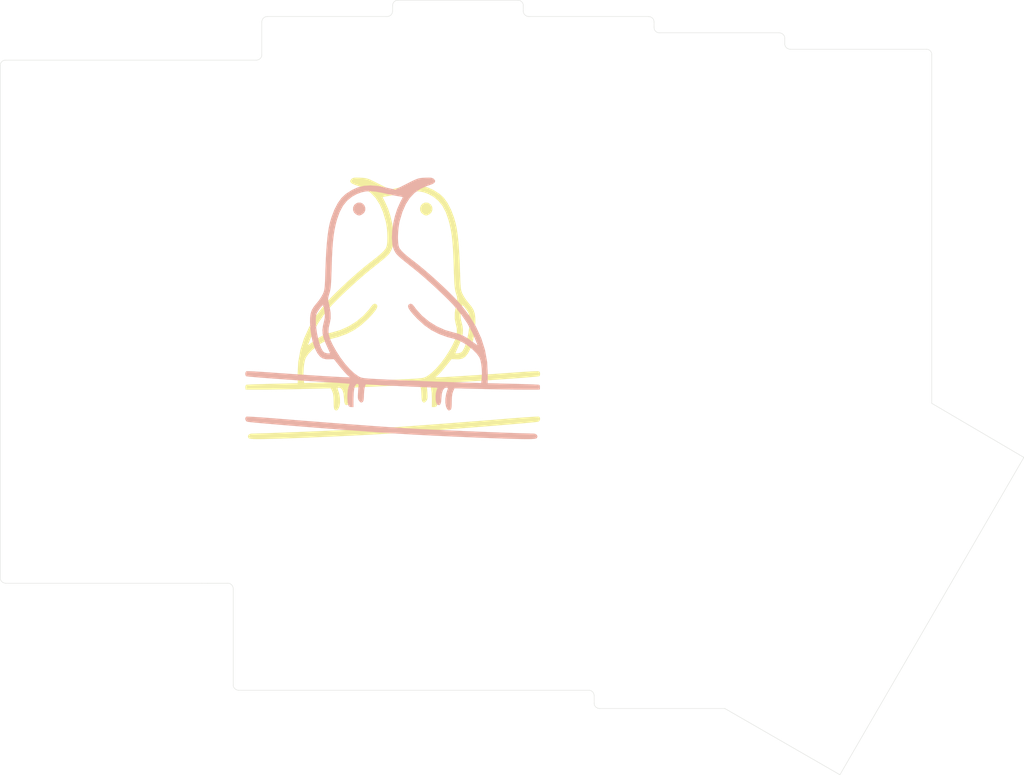
<source format=kicad_pcb>
(kicad_pcb (version 20171130) (host pcbnew "(5.1.9-0-10_14)")

  (general
    (thickness 1.6)
    (drawings 39)
    (tracks 0)
    (zones 0)
    (modules 7)
    (nets 1)
  )

  (page A4)
  (layers
    (0 F.Cu signal)
    (31 B.Cu signal)
    (32 B.Adhes user)
    (33 F.Adhes user)
    (34 B.Paste user)
    (35 F.Paste user)
    (36 B.SilkS user)
    (37 F.SilkS user)
    (38 B.Mask user)
    (39 F.Mask user)
    (40 Dwgs.User user)
    (41 Cmts.User user)
    (42 Eco1.User user)
    (43 Eco2.User user)
    (44 Edge.Cuts user)
    (45 Margin user)
    (46 B.CrtYd user)
    (47 F.CrtYd user)
    (48 B.Fab user)
    (49 F.Fab user)
  )

  (setup
    (last_trace_width 0.25)
    (trace_clearance 0.2)
    (zone_clearance 0.508)
    (zone_45_only no)
    (trace_min 0.2)
    (via_size 0.8)
    (via_drill 0.4)
    (via_min_size 0.4)
    (via_min_drill 0.3)
    (uvia_size 0.3)
    (uvia_drill 0.1)
    (uvias_allowed no)
    (uvia_min_size 0.2)
    (uvia_min_drill 0.1)
    (edge_width 0.05)
    (segment_width 0.2)
    (pcb_text_width 0.3)
    (pcb_text_size 1.5 1.5)
    (mod_edge_width 0.12)
    (mod_text_size 1 1)
    (mod_text_width 0.15)
    (pad_size 1.524 1.524)
    (pad_drill 0.762)
    (pad_to_mask_clearance 0)
    (aux_axis_origin 0 0)
    (grid_origin 221.45 102.39375)
    (visible_elements FFFFFF7F)
    (pcbplotparams
      (layerselection 0x011fc_ffffffff)
      (usegerberextensions false)
      (usegerberattributes true)
      (usegerberadvancedattributes true)
      (creategerberjobfile true)
      (excludeedgelayer true)
      (linewidth 0.100000)
      (plotframeref false)
      (viasonmask false)
      (mode 1)
      (useauxorigin false)
      (hpglpennumber 1)
      (hpglpenspeed 20)
      (hpglpendiameter 15.000000)
      (psnegative false)
      (psa4output false)
      (plotreference true)
      (plotvalue true)
      (plotinvisibletext false)
      (padsonsilk false)
      (subtractmaskfromsilk false)
      (outputformat 1)
      (mirror false)
      (drillshape 0)
      (scaleselection 1)
      (outputdirectory "./wren-plain-bottom-gerbers"))
  )

  (net 0 "")

  (net_class Default "This is the default net class."
    (clearance 0.2)
    (trace_width 0.25)
    (via_dia 0.8)
    (via_drill 0.4)
    (uvia_dia 0.3)
    (uvia_drill 0.1)
  )

  (module footprints:wren_logo_large (layer B.Cu) (tedit 0) (tstamp 608635B2)
    (at 173.063 63.15075 180)
    (fp_text reference G*** (at 0 0) (layer B.SilkS) hide
      (effects (font (size 1.524 1.524) (thickness 0.3)) (justify mirror))
    )
    (fp_text value LOGO (at 0.75 0) (layer B.SilkS) hide
      (effects (font (size 1.524 1.524) (thickness 0.3)) (justify mirror))
    )
    (fp_poly (pts (xy 5.069193 15.393824) (xy 5.230564 15.340912) (xy 5.572928 15.092528) (xy 5.756617 14.738869)
      (xy 5.778782 14.344327) (xy 5.636575 13.973295) (xy 5.327148 13.690165) (xy 5.304125 13.677855)
      (xy 5.021324 13.546637) (xy 4.821633 13.52682) (xy 4.587663 13.615262) (xy 4.505003 13.656477)
      (xy 4.169441 13.924515) (xy 4.00618 14.263896) (xy 3.995071 14.627846) (xy 4.115966 14.969589)
      (xy 4.348717 15.24235) (xy 4.673175 15.399353) (xy 5.069193 15.393824)) (layer B.SilkS) (width 0.01))
    (fp_poly (pts (xy -4.856424 19.034026) (xy -4.701341 19.027021) (xy -4.31494 19.005227) (xy -4.002778 18.971113)
      (xy -3.716503 18.908523) (xy -3.407765 18.801302) (xy -3.028209 18.633293) (xy -2.529484 18.388343)
      (xy -2.025884 18.133086) (xy -0.364722 17.287646) (xy 0.990352 17.596645) (xy 2.189584 17.821982)
      (xy 3.240772 17.906898) (xy 4.183967 17.84491) (xy 5.05922 17.629535) (xy 5.906582 17.254291)
      (xy 6.766103 16.712694) (xy 6.85723 16.646975) (xy 7.454439 16.086253) (xy 8.005388 15.315968)
      (xy 8.50004 14.354606) (xy 8.928355 13.220656) (xy 9.169182 12.389182) (xy 9.333765 11.60056)
      (xy 9.477301 10.59267) (xy 9.598779 9.376284) (xy 9.697186 7.962172) (xy 9.771509 6.361105)
      (xy 9.791223 5.772453) (xy 9.820243 4.847574) (xy 9.846486 4.121862) (xy 9.873266 3.563653)
      (xy 9.903898 3.141285) (xy 9.941696 2.823097) (xy 9.989974 2.577424) (xy 10.052046 2.372604)
      (xy 10.131226 2.176976) (xy 10.178542 2.072115) (xy 10.419344 1.636618) (xy 10.746041 1.156428)
      (xy 11.025415 0.808738) (xy 11.473393 0.259616) (xy 11.773302 -0.2406) (xy 11.950922 -0.763478)
      (xy 12.032033 -1.380588) (xy 12.04448 -2.020455) (xy 11.985397 -3.041094) (xy 11.837215 -4.053344)
      (xy 11.612813 -5.004171) (xy 11.325074 -5.84054) (xy 10.986877 -6.509415) (xy 10.935031 -6.588446)
      (xy 10.565466 -7.042161) (xy 10.17342 -7.305534) (xy 9.688741 -7.414154) (xy 9.298176 -7.41892)
      (xy 8.569945 -7.391022) (xy 7.750324 -8.417441) (xy 7.382157 -8.865492) (xy 7.026998 -9.275086)
      (xy 6.731159 -9.594) (xy 6.573766 -9.744203) (xy 6.216829 -10.044546) (xy 6.774096 -10.044348)
      (xy 7.062025 -10.036283) (xy 7.555108 -10.01328) (xy 8.228182 -9.976934) (xy 9.056086 -9.928843)
      (xy 10.013657 -9.870603) (xy 11.075733 -9.803811) (xy 12.217152 -9.730065) (xy 13.412751 -9.65096)
      (xy 14.637368 -9.568093) (xy 15.865842 -9.483063) (xy 17.073009 -9.397464) (xy 17.814512 -9.343726)
      (xy 18.672886 -9.283513) (xy 19.460626 -9.233154) (xy 20.147102 -9.194218) (xy 20.701686 -9.168274)
      (xy 21.093748 -9.156892) (xy 21.292659 -9.161639) (xy 21.307012 -9.164828) (xy 21.432495 -9.317488)
      (xy 21.471151 -9.569256) (xy 21.416301 -9.802686) (xy 21.347584 -9.878476) (xy 21.20143 -9.906564)
      (xy 20.845949 -9.947197) (xy 20.30229 -9.998786) (xy 19.5916 -10.05974) (xy 18.73503 -10.128469)
      (xy 17.753727 -10.203385) (xy 16.66884 -10.282896) (xy 15.501518 -10.365412) (xy 14.27291 -10.449345)
      (xy 13.004165 -10.533103) (xy 11.71643 -10.615097) (xy 10.795 -10.671807) (xy 9.938108 -10.72456)
      (xy 9.114826 -10.776756) (xy 8.366521 -10.825656) (xy 7.734558 -10.868523) (xy 7.260304 -10.902619)
      (xy 7.030818 -10.920978) (xy 6.268455 -10.988212) (xy 6.437129 -11.468879) (xy 6.529098 -11.882739)
      (xy 6.582759 -12.434819) (xy 6.596157 -13.035311) (xy 6.567341 -13.594406) (xy 6.494356 -14.022294)
      (xy 6.492776 -14.027727) (xy 6.375164 -14.279164) (xy 6.172827 -14.36841) (xy 6.053057 -14.374091)
      (xy 5.715 -14.374091) (xy 5.714414 -13.104091) (xy 5.685353 -12.293112) (xy 5.601097 -11.667805)
      (xy 5.464784 -11.239141) (xy 5.279551 -11.018094) (xy 5.111043 -10.995017) (xy 4.959007 -11.107469)
      (xy 4.947907 -11.205948) (xy 4.974432 -11.39498) (xy 5.007727 -11.746151) (xy 5.041483 -12.191061)
      (xy 5.048421 -12.295909) (xy 5.071791 -12.775338) (xy 5.060555 -13.089123) (xy 5.005323 -13.30115)
      (xy 4.896704 -13.475305) (xy 4.870247 -13.508182) (xy 4.676694 -13.697883) (xy 4.513608 -13.713901)
      (xy 4.42337 -13.668883) (xy 4.313193 -13.559375) (xy 4.245572 -13.361997) (xy 4.209264 -13.025511)
      (xy 4.195371 -12.629792) (xy 4.170121 -12.145873) (xy 4.120805 -11.711611) (xy 4.05747 -11.412111)
      (xy 4.048756 -11.387579) (xy 3.920861 -11.056521) (xy 2.855203 -11.130699) (xy 2.548505 -11.149127)
      (xy 2.056647 -11.175141) (xy 1.412302 -11.207272) (xy 0.648141 -11.244053) (xy -0.203166 -11.284018)
      (xy -1.108947 -11.325698) (xy -2.036532 -11.367626) (xy -2.953249 -11.408335) (xy -3.826427 -11.446357)
      (xy -4.623395 -11.480225) (xy -5.311482 -11.508472) (xy -5.858017 -11.529629) (xy -6.230329 -11.54223)
      (xy -6.372972 -11.545183) (xy -6.491342 -11.565603) (xy -6.505043 -11.666485) (xy -6.41754 -11.907976)
      (xy -6.396754 -11.958001) (xy -6.294589 -12.335529) (xy -6.24979 -12.791198) (xy -6.259123 -13.25685)
      (xy -6.319355 -13.664325) (xy -6.427254 -13.945467) (xy -6.494318 -14.015084) (xy -6.748987 -14.100521)
      (xy -6.930303 -13.984176) (xy -7.042876 -13.658991) (xy -7.091314 -13.117912) (xy -7.091769 -13.100553)
      (xy -7.155733 -12.421132) (xy -7.305868 -11.927938) (xy -7.536828 -11.632567) (xy -7.808499 -11.545455)
      (xy -8.016281 -11.574943) (xy -8.041188 -11.691139) (xy -8.020211 -11.7475) (xy -7.800845 -12.413285)
      (xy -7.685058 -13.104083) (xy -7.675058 -13.759122) (xy -7.773054 -14.31763) (xy -7.915429 -14.631571)
      (xy -8.088067 -14.84409) (xy -8.252086 -14.871202) (xy -8.425426 -14.782328) (xy -8.511475 -14.667611)
      (xy -8.565211 -14.429227) (xy -8.592325 -14.028333) (xy -8.598608 -13.600687) (xy -8.621083 -12.927568)
      (xy -8.688839 -12.433434) (xy -8.800553 -12.086599) (xy -8.999743 -11.64638) (xy -12.841462 -11.740235)
      (xy -13.902949 -11.764239) (xy -15.01579 -11.785976) (xy -16.126013 -11.804628) (xy -17.179643 -11.819381)
      (xy -18.122704 -11.829418) (xy -18.901222 -11.833923) (xy -19.05 -11.834091) (xy -21.416818 -11.834091)
      (xy -21.453414 -11.515935) (xy -21.429793 -11.249643) (xy -21.334815 -11.138224) (xy -21.184973 -11.121104)
      (xy -20.833209 -11.100577) (xy -20.308467 -11.077728) (xy -19.63969 -11.053642) (xy -18.855821 -11.029404)
      (xy -17.985804 -11.0061) (xy -17.502508 -10.994563) (xy -13.825397 -10.910455) (xy -13.846155 -9.616432)
      (xy -13.840084 -9.491213) (xy -13.00462 -9.491213) (xy -12.978424 -10.090592) (xy -12.904022 -10.887093)
      (xy -10.406329 -10.810696) (xy -9.566161 -10.784074) (xy -8.563869 -10.750826) (xy -7.468064 -10.71332)
      (xy -6.347355 -10.673922) (xy -5.270353 -10.635001) (xy -4.675909 -10.612946) (xy -3.616492 -10.571566)
      (xy -2.434576 -10.522685) (xy -1.208875 -10.469736) (xy -0.018103 -10.416154) (xy 1.059026 -10.365374)
      (xy 1.51975 -10.342642) (xy 2.425379 -10.296348) (xy 3.131526 -10.256867) (xy 3.66936 -10.220106)
      (xy 4.070051 -10.181973) (xy 4.364768 -10.138373) (xy 4.584681 -10.085214) (xy 4.760959 -10.018404)
      (xy 4.924771 -9.933849) (xy 5.010726 -9.884235) (xy 5.632954 -9.435695) (xy 6.300509 -8.804136)
      (xy 6.98265 -8.024556) (xy 7.648636 -7.131956) (xy 8.023676 -6.546133) (xy 9.120909 -6.546133)
      (xy 9.222302 -6.569119) (xy 9.473039 -6.564247) (xy 9.542394 -6.559015) (xy 9.955974 -6.438175)
      (xy 10.176993 -6.234546) (xy 10.433339 -5.775503) (xy 10.667399 -5.150135) (xy 10.870472 -4.411025)
      (xy 11.033858 -3.610756) (xy 11.148856 -2.801914) (xy 11.206765 -2.037081) (xy 11.198885 -1.368841)
      (xy 11.116515 -0.849777) (xy 11.084175 -0.751871) (xy 10.957362 -0.507529) (xy 10.755595 -0.20297)
      (xy 10.52585 0.100467) (xy 10.315103 0.34144) (xy 10.17033 0.458609) (xy 10.154712 0.461818)
      (xy 10.099675 0.35666) (xy 10.029259 0.078671) (xy 9.95725 -0.315916) (xy 9.94595 -0.389818)
      (xy 9.884109 -0.912343) (xy 9.884308 -1.314342) (xy 9.949808 -1.698592) (xy 9.992646 -1.861864)
      (xy 10.159585 -2.549205) (xy 10.233386 -3.140668) (xy 10.206988 -3.697397) (xy 10.073331 -4.280533)
      (xy 9.825353 -4.95122) (xy 9.569149 -5.528936) (xy 9.373295 -5.957032) (xy 9.220846 -6.299631)
      (xy 9.133455 -6.507596) (xy 9.120909 -6.546133) (xy 8.023676 -6.546133) (xy 8.241351 -6.206119)
      (xy 8.72529 -5.343487) (xy 9.067446 -4.616843) (xy 9.276891 -3.987354) (xy 9.362698 -3.416191)
      (xy 9.333937 -2.86452) (xy 9.199681 -2.29351) (xy 9.174142 -2.213355) (xy 9.03842 -1.481945)
      (xy 9.055197 -0.601296) (xy 9.223541 0.40527) (xy 9.289508 0.67504) (xy 9.383149 1.065866)
      (xy 9.415407 1.353149) (xy 9.382298 1.633183) (xy 9.279841 2.002258) (xy 9.227789 2.167375)
      (xy 9.152499 2.426426) (xy 9.091762 2.70028) (xy 9.04288 3.020893) (xy 9.003157 3.420222)
      (xy 8.969895 3.930226) (xy 8.940397 4.58286) (xy 8.911965 5.410082) (xy 8.889364 6.176818)
      (xy 8.841505 7.557818) (xy 8.7795 8.742553) (xy 8.699447 9.765437) (xy 8.597446 10.660887)
      (xy 8.469598 11.463318) (xy 8.312003 12.207145) (xy 8.126803 12.905982) (xy 7.734001 14.016961)
      (xy 7.249429 14.931271) (xy 6.656195 15.670675) (xy 5.937405 16.256937) (xy 5.222379 16.647812)
      (xy 4.569791 16.896397) (xy 3.917394 17.036443) (xy 3.216466 17.0693) (xy 2.418281 16.996318)
      (xy 1.474117 16.818849) (xy 1.212273 16.758952) (xy 0.589793 16.617516) (xy -0.011664 16.489618)
      (xy -0.525567 16.388867) (xy -0.885384 16.328871) (xy -0.899238 16.327042) (xy -1.231178 16.271477)
      (xy -1.438232 16.21208) (xy -1.47585 16.177033) (xy -1.407961 16.0444) (xy -1.265493 15.770796)
      (xy -1.108383 15.470909) (xy -0.67895 14.512495) (xy -0.333213 13.456242) (xy -0.079774 12.354795)
      (xy 0.072762 11.260797) (xy 0.115793 10.226895) (xy 0.040714 9.305731) (xy -0.038474 8.924184)
      (xy -0.198565 8.489923) (xy -0.424695 8.080278) (xy -0.529156 7.941568) (xy -0.654139 7.800819)
      (xy -0.787768 7.662351) (xy -0.953561 7.50629) (xy -1.175036 7.312761) (xy -1.475713 7.061891)
      (xy -1.879109 6.733805) (xy -2.408743 6.308629) (xy -3.088134 5.766489) (xy -3.348182 5.559342)
      (xy -4.049488 4.981296) (xy -4.846199 4.291988) (xy -5.694878 3.531701) (xy -6.552085 2.740717)
      (xy -7.374381 1.959317) (xy -8.118328 1.227785) (xy -8.740488 0.586403) (xy -8.919204 0.393122)
      (xy -9.986973 -0.883216) (xy -10.86751 -2.170795) (xy -11.599327 -3.52942) (xy -11.939072 -4.296358)
      (xy -12.119111 -4.737239) (xy -12.259673 -5.092782) (xy -12.341132 -5.31275) (xy -12.353636 -5.357473)
      (xy -12.269403 -5.320903) (xy -12.044919 -5.171683) (xy -11.722508 -4.938532) (xy -11.592457 -4.840974)
      (xy -10.827408 -4.306533) (xy -10.12825 -3.92408) (xy -9.424301 -3.659414) (xy -8.862341 -3.520022)
      (xy -7.624199 -3.162801) (xy -6.419422 -2.618679) (xy -5.290884 -1.915978) (xy -4.281453 -1.083019)
      (xy -3.434001 -0.148124) (xy -3.143279 0.258134) (xy -2.859177 0.583691) (xy -2.590128 0.682926)
      (xy -2.340999 0.554379) (xy -2.301742 0.51069) (xy -2.235164 0.308373) (xy -2.316064 0.023385)
      (xy -2.553221 -0.357969) (xy -2.955414 -0.849383) (xy -3.531422 -1.46455) (xy -3.636818 -1.57185)
      (xy -4.604607 -2.452763) (xy -5.614977 -3.163506) (xy -6.715287 -3.729654) (xy -7.952898 -4.176779)
      (xy -8.941056 -4.43604) (xy -9.606459 -4.663179) (xy -10.323639 -5.032722) (xy -11.038612 -5.504759)
      (xy -11.697394 -6.039377) (xy -12.246003 -6.596665) (xy -12.630455 -7.13671) (xy -12.654249 -7.181342)
      (xy -12.796918 -7.586227) (xy -12.907977 -8.152011) (xy -12.979766 -8.809928) (xy -13.00462 -9.491213)
      (xy -13.840084 -9.491213) (xy -13.760199 -7.843645) (xy -13.447386 -6.096978) (xy -12.911106 -4.385049)
      (xy -12.154747 -2.71647) (xy -11.181696 -1.099858) (xy -9.995343 0.456174) (xy -9.791404 0.692727)
      (xy -9.129778 1.411822) (xy -8.323605 2.22982) (xy -7.414308 3.108749) (xy -6.443306 4.010634)
      (xy -5.45202 4.897501) (xy -4.481872 5.731378) (xy -3.574281 6.474291) (xy -3.001818 6.917282)
      (xy -2.257997 7.493399) (xy -1.693382 7.972432) (xy -1.287594 8.373418) (xy -1.02025 8.715393)
      (xy -0.951547 8.832273) (xy -0.843482 9.182967) (xy -0.780483 9.706514) (xy -0.761632 10.34948)
      (xy -0.786011 11.058435) (xy -0.852703 11.779945) (xy -0.960789 12.46058) (xy -1.018347 12.721562)
      (xy -1.408446 14.03784) (xy -1.894333 15.152016) (xy -2.486247 16.076461) (xy -3.194425 16.82355)
      (xy -4.029106 17.405656) (xy -5.000527 17.835152) (xy -5.337006 17.940964) (xy -5.835709 18.130077)
      (xy -6.120943 18.344855) (xy -6.187144 18.577531) (xy -6.028746 18.820337) (xy -5.99046 18.852976)
      (xy -5.823819 18.96157) (xy -5.61826 19.022678) (xy -5.315292 19.044198) (xy -4.856424 19.034026)) (layer B.SilkS) (width 0.01))
    (fp_poly (pts (xy 21.305306 -15.777034) (xy 21.453922 -15.934693) (xy 21.466438 -16.175629) (xy 21.354528 -16.405686)
      (xy 21.214773 -16.507264) (xy 21.053493 -16.535665) (xy 20.680056 -16.579135) (xy 20.112626 -16.63624)
      (xy 19.369365 -16.705548) (xy 18.468436 -16.785627) (xy 17.428001 -16.875044) (xy 16.266223 -16.972367)
      (xy 15.001265 -17.076163) (xy 13.651289 -17.184999) (xy 12.234457 -17.297443) (xy 10.768933 -17.412063)
      (xy 9.272879 -17.527425) (xy 7.764457 -17.642098) (xy 6.261831 -17.754649) (xy 4.783162 -17.863644)
      (xy 3.346614 -17.967653) (xy 1.970349 -18.065242) (xy 0.67253 -18.154978) (xy -0.528681 -18.235429)
      (xy -1.443182 -18.29437) (xy -2.503227 -18.3581) (xy -3.703184 -18.424786) (xy -5.016008 -18.493303)
      (xy -6.414652 -18.562527) (xy -7.87207 -18.631331) (xy -9.361215 -18.698591) (xy -10.855041 -18.763181)
      (xy -12.326502 -18.823975) (xy -13.748553 -18.879849) (xy -15.094146 -18.929676) (xy -16.336235 -18.972332)
      (xy -17.447775 -19.006691) (xy -18.401718 -19.031628) (xy -19.171019 -19.046017) (xy -19.584272 -19.049211)
      (xy -20.195318 -19.041674) (xy -20.611466 -19.01543) (xy -20.868267 -18.966355) (xy -21.00127 -18.890322)
      (xy -21.006602 -18.884198) (xy -21.088757 -18.646227) (xy -20.985355 -18.424501) (xy -20.738422 -18.274319)
      (xy -20.517983 -18.241252) (xy -20.066912 -18.235329) (xy -19.410297 -18.21929) (xy -18.573238 -18.19417)
      (xy -17.580831 -18.161006) (xy -16.458172 -18.120833) (xy -15.230359 -18.074688) (xy -13.92249 -18.023608)
      (xy -12.559661 -17.968627) (xy -11.16697 -17.910782) (xy -9.769513 -17.85111) (xy -8.392389 -17.790645)
      (xy -7.060693 -17.730426) (xy -5.799523 -17.671486) (xy -4.633976 -17.614864) (xy -3.58915 -17.561594)
      (xy -2.690142 -17.512713) (xy -2.251363 -17.487139) (xy -1.25053 -17.42423) (xy -0.045904 -17.343913)
      (xy 1.336212 -17.248149) (xy 2.869515 -17.138894) (xy 4.527703 -17.018107) (xy 6.284472 -16.887745)
      (xy 8.113521 -16.749768) (xy 9.988545 -16.606133) (xy 11.883242 -16.458798) (xy 13.77131 -16.309721)
      (xy 15.626445 -16.16086) (xy 16.311897 -16.105197) (xy 17.348108 -16.022586) (xy 18.316016 -15.948933)
      (xy 19.190713 -15.885875) (xy 19.947289 -15.835048) (xy 20.560837 -15.798089) (xy 21.006449 -15.776636)
      (xy 21.259216 -15.772325) (xy 21.305306 -15.777034)) (layer B.SilkS) (width 0.01))
  )

  (module footprints:wren_logo_large (layer F.Cu) (tedit 0) (tstamp 60863599)
    (at 173.063 63.15075)
    (fp_text reference G*** (at 0 0) (layer F.SilkS) hide
      (effects (font (size 1.524 1.524) (thickness 0.3)))
    )
    (fp_text value LOGO (at 0.75 0) (layer F.SilkS) hide
      (effects (font (size 1.524 1.524) (thickness 0.3)))
    )
    (fp_poly (pts (xy 5.069193 -15.393824) (xy 5.230564 -15.340912) (xy 5.572928 -15.092528) (xy 5.756617 -14.738869)
      (xy 5.778782 -14.344327) (xy 5.636575 -13.973295) (xy 5.327148 -13.690165) (xy 5.304125 -13.677855)
      (xy 5.021324 -13.546637) (xy 4.821633 -13.52682) (xy 4.587663 -13.615262) (xy 4.505003 -13.656477)
      (xy 4.169441 -13.924515) (xy 4.00618 -14.263896) (xy 3.995071 -14.627846) (xy 4.115966 -14.969589)
      (xy 4.348717 -15.24235) (xy 4.673175 -15.399353) (xy 5.069193 -15.393824)) (layer F.SilkS) (width 0.01))
    (fp_poly (pts (xy -4.856424 -19.034026) (xy -4.701341 -19.027021) (xy -4.31494 -19.005227) (xy -4.002778 -18.971113)
      (xy -3.716503 -18.908523) (xy -3.407765 -18.801302) (xy -3.028209 -18.633293) (xy -2.529484 -18.388343)
      (xy -2.025884 -18.133086) (xy -0.364722 -17.287646) (xy 0.990352 -17.596645) (xy 2.189584 -17.821982)
      (xy 3.240772 -17.906898) (xy 4.183967 -17.84491) (xy 5.05922 -17.629535) (xy 5.906582 -17.254291)
      (xy 6.766103 -16.712694) (xy 6.85723 -16.646975) (xy 7.454439 -16.086253) (xy 8.005388 -15.315968)
      (xy 8.50004 -14.354606) (xy 8.928355 -13.220656) (xy 9.169182 -12.389182) (xy 9.333765 -11.60056)
      (xy 9.477301 -10.59267) (xy 9.598779 -9.376284) (xy 9.697186 -7.962172) (xy 9.771509 -6.361105)
      (xy 9.791223 -5.772453) (xy 9.820243 -4.847574) (xy 9.846486 -4.121862) (xy 9.873266 -3.563653)
      (xy 9.903898 -3.141285) (xy 9.941696 -2.823097) (xy 9.989974 -2.577424) (xy 10.052046 -2.372604)
      (xy 10.131226 -2.176976) (xy 10.178542 -2.072115) (xy 10.419344 -1.636618) (xy 10.746041 -1.156428)
      (xy 11.025415 -0.808738) (xy 11.473393 -0.259616) (xy 11.773302 0.2406) (xy 11.950922 0.763478)
      (xy 12.032033 1.380588) (xy 12.04448 2.020455) (xy 11.985397 3.041094) (xy 11.837215 4.053344)
      (xy 11.612813 5.004171) (xy 11.325074 5.84054) (xy 10.986877 6.509415) (xy 10.935031 6.588446)
      (xy 10.565466 7.042161) (xy 10.17342 7.305534) (xy 9.688741 7.414154) (xy 9.298176 7.41892)
      (xy 8.569945 7.391022) (xy 7.750324 8.417441) (xy 7.382157 8.865492) (xy 7.026998 9.275086)
      (xy 6.731159 9.594) (xy 6.573766 9.744203) (xy 6.216829 10.044546) (xy 6.774096 10.044348)
      (xy 7.062025 10.036283) (xy 7.555108 10.01328) (xy 8.228182 9.976934) (xy 9.056086 9.928843)
      (xy 10.013657 9.870603) (xy 11.075733 9.803811) (xy 12.217152 9.730065) (xy 13.412751 9.65096)
      (xy 14.637368 9.568093) (xy 15.865842 9.483063) (xy 17.073009 9.397464) (xy 17.814512 9.343726)
      (xy 18.672886 9.283513) (xy 19.460626 9.233154) (xy 20.147102 9.194218) (xy 20.701686 9.168274)
      (xy 21.093748 9.156892) (xy 21.292659 9.161639) (xy 21.307012 9.164828) (xy 21.432495 9.317488)
      (xy 21.471151 9.569256) (xy 21.416301 9.802686) (xy 21.347584 9.878476) (xy 21.20143 9.906564)
      (xy 20.845949 9.947197) (xy 20.30229 9.998786) (xy 19.5916 10.05974) (xy 18.73503 10.128469)
      (xy 17.753727 10.203385) (xy 16.66884 10.282896) (xy 15.501518 10.365412) (xy 14.27291 10.449345)
      (xy 13.004165 10.533103) (xy 11.71643 10.615097) (xy 10.795 10.671807) (xy 9.938108 10.72456)
      (xy 9.114826 10.776756) (xy 8.366521 10.825656) (xy 7.734558 10.868523) (xy 7.260304 10.902619)
      (xy 7.030818 10.920978) (xy 6.268455 10.988212) (xy 6.437129 11.468879) (xy 6.529098 11.882739)
      (xy 6.582759 12.434819) (xy 6.596157 13.035311) (xy 6.567341 13.594406) (xy 6.494356 14.022294)
      (xy 6.492776 14.027727) (xy 6.375164 14.279164) (xy 6.172827 14.36841) (xy 6.053057 14.374091)
      (xy 5.715 14.374091) (xy 5.714414 13.104091) (xy 5.685353 12.293112) (xy 5.601097 11.667805)
      (xy 5.464784 11.239141) (xy 5.279551 11.018094) (xy 5.111043 10.995017) (xy 4.959007 11.107469)
      (xy 4.947907 11.205948) (xy 4.974432 11.39498) (xy 5.007727 11.746151) (xy 5.041483 12.191061)
      (xy 5.048421 12.295909) (xy 5.071791 12.775338) (xy 5.060555 13.089123) (xy 5.005323 13.30115)
      (xy 4.896704 13.475305) (xy 4.870247 13.508182) (xy 4.676694 13.697883) (xy 4.513608 13.713901)
      (xy 4.42337 13.668883) (xy 4.313193 13.559375) (xy 4.245572 13.361997) (xy 4.209264 13.025511)
      (xy 4.195371 12.629792) (xy 4.170121 12.145873) (xy 4.120805 11.711611) (xy 4.05747 11.412111)
      (xy 4.048756 11.387579) (xy 3.920861 11.056521) (xy 2.855203 11.130699) (xy 2.548505 11.149127)
      (xy 2.056647 11.175141) (xy 1.412302 11.207272) (xy 0.648141 11.244053) (xy -0.203166 11.284018)
      (xy -1.108947 11.325698) (xy -2.036532 11.367626) (xy -2.953249 11.408335) (xy -3.826427 11.446357)
      (xy -4.623395 11.480225) (xy -5.311482 11.508472) (xy -5.858017 11.529629) (xy -6.230329 11.54223)
      (xy -6.372972 11.545183) (xy -6.491342 11.565603) (xy -6.505043 11.666485) (xy -6.41754 11.907976)
      (xy -6.396754 11.958001) (xy -6.294589 12.335529) (xy -6.24979 12.791198) (xy -6.259123 13.25685)
      (xy -6.319355 13.664325) (xy -6.427254 13.945467) (xy -6.494318 14.015084) (xy -6.748987 14.100521)
      (xy -6.930303 13.984176) (xy -7.042876 13.658991) (xy -7.091314 13.117912) (xy -7.091769 13.100553)
      (xy -7.155733 12.421132) (xy -7.305868 11.927938) (xy -7.536828 11.632567) (xy -7.808499 11.545455)
      (xy -8.016281 11.574943) (xy -8.041188 11.691139) (xy -8.020211 11.7475) (xy -7.800845 12.413285)
      (xy -7.685058 13.104083) (xy -7.675058 13.759122) (xy -7.773054 14.31763) (xy -7.915429 14.631571)
      (xy -8.088067 14.84409) (xy -8.252086 14.871202) (xy -8.425426 14.782328) (xy -8.511475 14.667611)
      (xy -8.565211 14.429227) (xy -8.592325 14.028333) (xy -8.598608 13.600687) (xy -8.621083 12.927568)
      (xy -8.688839 12.433434) (xy -8.800553 12.086599) (xy -8.999743 11.64638) (xy -12.841462 11.740235)
      (xy -13.902949 11.764239) (xy -15.01579 11.785976) (xy -16.126013 11.804628) (xy -17.179643 11.819381)
      (xy -18.122704 11.829418) (xy -18.901222 11.833923) (xy -19.05 11.834091) (xy -21.416818 11.834091)
      (xy -21.453414 11.515935) (xy -21.429793 11.249643) (xy -21.334815 11.138224) (xy -21.184973 11.121104)
      (xy -20.833209 11.100577) (xy -20.308467 11.077728) (xy -19.63969 11.053642) (xy -18.855821 11.029404)
      (xy -17.985804 11.0061) (xy -17.502508 10.994563) (xy -13.825397 10.910455) (xy -13.846155 9.616432)
      (xy -13.840084 9.491213) (xy -13.00462 9.491213) (xy -12.978424 10.090592) (xy -12.904022 10.887093)
      (xy -10.406329 10.810696) (xy -9.566161 10.784074) (xy -8.563869 10.750826) (xy -7.468064 10.71332)
      (xy -6.347355 10.673922) (xy -5.270353 10.635001) (xy -4.675909 10.612946) (xy -3.616492 10.571566)
      (xy -2.434576 10.522685) (xy -1.208875 10.469736) (xy -0.018103 10.416154) (xy 1.059026 10.365374)
      (xy 1.51975 10.342642) (xy 2.425379 10.296348) (xy 3.131526 10.256867) (xy 3.66936 10.220106)
      (xy 4.070051 10.181973) (xy 4.364768 10.138373) (xy 4.584681 10.085214) (xy 4.760959 10.018404)
      (xy 4.924771 9.933849) (xy 5.010726 9.884235) (xy 5.632954 9.435695) (xy 6.300509 8.804136)
      (xy 6.98265 8.024556) (xy 7.648636 7.131956) (xy 8.023676 6.546133) (xy 9.120909 6.546133)
      (xy 9.222302 6.569119) (xy 9.473039 6.564247) (xy 9.542394 6.559015) (xy 9.955974 6.438175)
      (xy 10.176993 6.234546) (xy 10.433339 5.775503) (xy 10.667399 5.150135) (xy 10.870472 4.411025)
      (xy 11.033858 3.610756) (xy 11.148856 2.801914) (xy 11.206765 2.037081) (xy 11.198885 1.368841)
      (xy 11.116515 0.849777) (xy 11.084175 0.751871) (xy 10.957362 0.507529) (xy 10.755595 0.20297)
      (xy 10.52585 -0.100467) (xy 10.315103 -0.34144) (xy 10.17033 -0.458609) (xy 10.154712 -0.461818)
      (xy 10.099675 -0.35666) (xy 10.029259 -0.078671) (xy 9.95725 0.315916) (xy 9.94595 0.389818)
      (xy 9.884109 0.912343) (xy 9.884308 1.314342) (xy 9.949808 1.698592) (xy 9.992646 1.861864)
      (xy 10.159585 2.549205) (xy 10.233386 3.140668) (xy 10.206988 3.697397) (xy 10.073331 4.280533)
      (xy 9.825353 4.95122) (xy 9.569149 5.528936) (xy 9.373295 5.957032) (xy 9.220846 6.299631)
      (xy 9.133455 6.507596) (xy 9.120909 6.546133) (xy 8.023676 6.546133) (xy 8.241351 6.206119)
      (xy 8.72529 5.343487) (xy 9.067446 4.616843) (xy 9.276891 3.987354) (xy 9.362698 3.416191)
      (xy 9.333937 2.86452) (xy 9.199681 2.29351) (xy 9.174142 2.213355) (xy 9.03842 1.481945)
      (xy 9.055197 0.601296) (xy 9.223541 -0.40527) (xy 9.289508 -0.67504) (xy 9.383149 -1.065866)
      (xy 9.415407 -1.353149) (xy 9.382298 -1.633183) (xy 9.279841 -2.002258) (xy 9.227789 -2.167375)
      (xy 9.152499 -2.426426) (xy 9.091762 -2.70028) (xy 9.04288 -3.020893) (xy 9.003157 -3.420222)
      (xy 8.969895 -3.930226) (xy 8.940397 -4.58286) (xy 8.911965 -5.410082) (xy 8.889364 -6.176818)
      (xy 8.841505 -7.557818) (xy 8.7795 -8.742553) (xy 8.699447 -9.765437) (xy 8.597446 -10.660887)
      (xy 8.469598 -11.463318) (xy 8.312003 -12.207145) (xy 8.126803 -12.905982) (xy 7.734001 -14.016961)
      (xy 7.249429 -14.931271) (xy 6.656195 -15.670675) (xy 5.937405 -16.256937) (xy 5.222379 -16.647812)
      (xy 4.569791 -16.896397) (xy 3.917394 -17.036443) (xy 3.216466 -17.0693) (xy 2.418281 -16.996318)
      (xy 1.474117 -16.818849) (xy 1.212273 -16.758952) (xy 0.589793 -16.617516) (xy -0.011664 -16.489618)
      (xy -0.525567 -16.388867) (xy -0.885384 -16.328871) (xy -0.899238 -16.327042) (xy -1.231178 -16.271477)
      (xy -1.438232 -16.21208) (xy -1.47585 -16.177033) (xy -1.407961 -16.0444) (xy -1.265493 -15.770796)
      (xy -1.108383 -15.470909) (xy -0.67895 -14.512495) (xy -0.333213 -13.456242) (xy -0.079774 -12.354795)
      (xy 0.072762 -11.260797) (xy 0.115793 -10.226895) (xy 0.040714 -9.305731) (xy -0.038474 -8.924184)
      (xy -0.198565 -8.489923) (xy -0.424695 -8.080278) (xy -0.529156 -7.941568) (xy -0.654139 -7.800819)
      (xy -0.787768 -7.662351) (xy -0.953561 -7.50629) (xy -1.175036 -7.312761) (xy -1.475713 -7.061891)
      (xy -1.879109 -6.733805) (xy -2.408743 -6.308629) (xy -3.088134 -5.766489) (xy -3.348182 -5.559342)
      (xy -4.049488 -4.981296) (xy -4.846199 -4.291988) (xy -5.694878 -3.531701) (xy -6.552085 -2.740717)
      (xy -7.374381 -1.959317) (xy -8.118328 -1.227785) (xy -8.740488 -0.586403) (xy -8.919204 -0.393122)
      (xy -9.986973 0.883216) (xy -10.86751 2.170795) (xy -11.599327 3.52942) (xy -11.939072 4.296358)
      (xy -12.119111 4.737239) (xy -12.259673 5.092782) (xy -12.341132 5.31275) (xy -12.353636 5.357473)
      (xy -12.269403 5.320903) (xy -12.044919 5.171683) (xy -11.722508 4.938532) (xy -11.592457 4.840974)
      (xy -10.827408 4.306533) (xy -10.12825 3.92408) (xy -9.424301 3.659414) (xy -8.862341 3.520022)
      (xy -7.624199 3.162801) (xy -6.419422 2.618679) (xy -5.290884 1.915978) (xy -4.281453 1.083019)
      (xy -3.434001 0.148124) (xy -3.143279 -0.258134) (xy -2.859177 -0.583691) (xy -2.590128 -0.682926)
      (xy -2.340999 -0.554379) (xy -2.301742 -0.51069) (xy -2.235164 -0.308373) (xy -2.316064 -0.023385)
      (xy -2.553221 0.357969) (xy -2.955414 0.849383) (xy -3.531422 1.46455) (xy -3.636818 1.57185)
      (xy -4.604607 2.452763) (xy -5.614977 3.163506) (xy -6.715287 3.729654) (xy -7.952898 4.176779)
      (xy -8.941056 4.43604) (xy -9.606459 4.663179) (xy -10.323639 5.032722) (xy -11.038612 5.504759)
      (xy -11.697394 6.039377) (xy -12.246003 6.596665) (xy -12.630455 7.13671) (xy -12.654249 7.181342)
      (xy -12.796918 7.586227) (xy -12.907977 8.152011) (xy -12.979766 8.809928) (xy -13.00462 9.491213)
      (xy -13.840084 9.491213) (xy -13.760199 7.843645) (xy -13.447386 6.096978) (xy -12.911106 4.385049)
      (xy -12.154747 2.71647) (xy -11.181696 1.099858) (xy -9.995343 -0.456174) (xy -9.791404 -0.692727)
      (xy -9.129778 -1.411822) (xy -8.323605 -2.22982) (xy -7.414308 -3.108749) (xy -6.443306 -4.010634)
      (xy -5.45202 -4.897501) (xy -4.481872 -5.731378) (xy -3.574281 -6.474291) (xy -3.001818 -6.917282)
      (xy -2.257997 -7.493399) (xy -1.693382 -7.972432) (xy -1.287594 -8.373418) (xy -1.02025 -8.715393)
      (xy -0.951547 -8.832273) (xy -0.843482 -9.182967) (xy -0.780483 -9.706514) (xy -0.761632 -10.34948)
      (xy -0.786011 -11.058435) (xy -0.852703 -11.779945) (xy -0.960789 -12.46058) (xy -1.018347 -12.721562)
      (xy -1.408446 -14.03784) (xy -1.894333 -15.152016) (xy -2.486247 -16.076461) (xy -3.194425 -16.82355)
      (xy -4.029106 -17.405656) (xy -5.000527 -17.835152) (xy -5.337006 -17.940964) (xy -5.835709 -18.130077)
      (xy -6.120943 -18.344855) (xy -6.187144 -18.577531) (xy -6.028746 -18.820337) (xy -5.99046 -18.852976)
      (xy -5.823819 -18.96157) (xy -5.61826 -19.022678) (xy -5.315292 -19.044198) (xy -4.856424 -19.034026)) (layer F.SilkS) (width 0.01))
    (fp_poly (pts (xy 21.305306 15.777034) (xy 21.453922 15.934693) (xy 21.466438 16.175629) (xy 21.354528 16.405686)
      (xy 21.214773 16.507264) (xy 21.053493 16.535665) (xy 20.680056 16.579135) (xy 20.112626 16.63624)
      (xy 19.369365 16.705548) (xy 18.468436 16.785627) (xy 17.428001 16.875044) (xy 16.266223 16.972367)
      (xy 15.001265 17.076163) (xy 13.651289 17.184999) (xy 12.234457 17.297443) (xy 10.768933 17.412063)
      (xy 9.272879 17.527425) (xy 7.764457 17.642098) (xy 6.261831 17.754649) (xy 4.783162 17.863644)
      (xy 3.346614 17.967653) (xy 1.970349 18.065242) (xy 0.67253 18.154978) (xy -0.528681 18.235429)
      (xy -1.443182 18.29437) (xy -2.503227 18.3581) (xy -3.703184 18.424786) (xy -5.016008 18.493303)
      (xy -6.414652 18.562527) (xy -7.87207 18.631331) (xy -9.361215 18.698591) (xy -10.855041 18.763181)
      (xy -12.326502 18.823975) (xy -13.748553 18.879849) (xy -15.094146 18.929676) (xy -16.336235 18.972332)
      (xy -17.447775 19.006691) (xy -18.401718 19.031628) (xy -19.171019 19.046017) (xy -19.584272 19.049211)
      (xy -20.195318 19.041674) (xy -20.611466 19.01543) (xy -20.868267 18.966355) (xy -21.00127 18.890322)
      (xy -21.006602 18.884198) (xy -21.088757 18.646227) (xy -20.985355 18.424501) (xy -20.738422 18.274319)
      (xy -20.517983 18.241252) (xy -20.066912 18.235329) (xy -19.410297 18.21929) (xy -18.573238 18.19417)
      (xy -17.580831 18.161006) (xy -16.458172 18.120833) (xy -15.230359 18.074688) (xy -13.92249 18.023608)
      (xy -12.559661 17.968627) (xy -11.16697 17.910782) (xy -9.769513 17.85111) (xy -8.392389 17.790645)
      (xy -7.060693 17.730426) (xy -5.799523 17.671486) (xy -4.633976 17.614864) (xy -3.58915 17.561594)
      (xy -2.690142 17.512713) (xy -2.251363 17.487139) (xy -1.25053 17.42423) (xy -0.045904 17.343913)
      (xy 1.336212 17.248149) (xy 2.869515 17.138894) (xy 4.527703 17.018107) (xy 6.284472 16.887745)
      (xy 8.113521 16.749768) (xy 9.988545 16.606133) (xy 11.883242 16.458798) (xy 13.77131 16.309721)
      (xy 15.626445 16.16086) (xy 16.311897 16.105197) (xy 17.348108 16.022586) (xy 18.316016 15.948933)
      (xy 19.190713 15.885875) (xy 19.947289 15.835048) (xy 20.560837 15.798089) (xy 21.006449 15.776636)
      (xy 21.259216 15.772325) (xy 21.305306 15.777034)) (layer F.SilkS) (width 0.01))
  )

  (module MountingHole:MountingHole_2.2mm_M2 (layer F.Cu) (tedit 56D1B4CB) (tstamp 607B269A)
    (at 134.9375 84.1375)
    (descr "Mounting Hole 2.2mm, no annular, M2")
    (tags "mounting hole 2.2mm no annular m2")
    (path /607DDEC1)
    (attr virtual)
    (fp_text reference H5 (at 0 -6.5) (layer F.SilkS) hide
      (effects (font (size 1 1) (thickness 0.15)))
    )
    (fp_text value MountingHole (at 0 6.5) (layer F.Fab)
      (effects (font (size 1 1) (thickness 0.15)))
    )
    (fp_circle (center 0 0) (end 2.45 0) (layer F.CrtYd) (width 0.05))
    (fp_circle (center 0 0) (end 2.2 0) (layer Cmts.User) (width 0.15))
    (fp_text user %R (at 0.3 0) (layer F.Fab)
      (effects (font (size 1 1) (thickness 0.15)))
    )
    (pad 1 np_thru_hole circle (at 0 0) (size 2.2 2.2) (drill 2.2) (layers *.Cu *.Mask))
  )

  (module MountingHole:MountingHole_2.2mm_M2 (layer F.Cu) (tedit 56D1B4CB) (tstamp 607B2692)
    (at 226.2125 106.3625)
    (descr "Mounting Hole 2.2mm, no annular, M2")
    (tags "mounting hole 2.2mm no annular m2")
    (path /607DED77)
    (attr virtual)
    (fp_text reference H4 (at 0 -6.5) (layer F.SilkS) hide
      (effects (font (size 1 1) (thickness 0.15)))
    )
    (fp_text value MountingHole (at 0 6.5) (layer F.Fab)
      (effects (font (size 1 1) (thickness 0.15)))
    )
    (fp_circle (center 0 0) (end 2.45 0) (layer F.CrtYd) (width 0.05))
    (fp_circle (center 0 0) (end 2.2 0) (layer Cmts.User) (width 0.15))
    (fp_text user %R (at 0.3 0) (layer F.Fab)
      (effects (font (size 1 1) (thickness 0.15)))
    )
    (pad 1 np_thru_hole circle (at 0 0) (size 2.2 2.2) (drill 2.2) (layers *.Cu *.Mask))
  )

  (module MountingHole:MountingHole_2.2mm_M2 (layer F.Cu) (tedit 56D1B4CB) (tstamp 607B268A)
    (at 211.1375 42.06875)
    (descr "Mounting Hole 2.2mm, no annular, M2")
    (tags "mounting hole 2.2mm no annular m2")
    (path /607DC9F0)
    (attr virtual)
    (fp_text reference H3 (at 0 -6.5) (layer F.SilkS) hide
      (effects (font (size 1 1) (thickness 0.15)))
    )
    (fp_text value MountingHole (at 0 6.5) (layer F.Fab)
      (effects (font (size 1 1) (thickness 0.15)))
    )
    (fp_circle (center 0 0) (end 2.45 0) (layer F.CrtYd) (width 0.05))
    (fp_circle (center 0 0) (end 2.2 0) (layer Cmts.User) (width 0.15))
    (fp_text user %R (at 0.3 0) (layer F.Fab)
      (effects (font (size 1 1) (thickness 0.15)))
    )
    (pad 1 np_thru_hole circle (at 0 0) (size 2.2 2.2) (drill 2.2) (layers *.Cu *.Mask))
  )

  (module MountingHole:MountingHole_2.2mm_M2 (layer F.Cu) (tedit 56D1B4CB) (tstamp 607B2682)
    (at 134.9375 46.0375)
    (descr "Mounting Hole 2.2mm, no annular, M2")
    (tags "mounting hole 2.2mm no annular m2")
    (path /607DE9D9)
    (attr virtual)
    (fp_text reference H2 (at 0 -6.5) (layer F.SilkS) hide
      (effects (font (size 1 1) (thickness 0.15)))
    )
    (fp_text value MountingHole (at 0 6.5) (layer F.Fab)
      (effects (font (size 1 1) (thickness 0.15)))
    )
    (fp_circle (center 0 0) (end 2.45 0) (layer F.CrtYd) (width 0.05))
    (fp_circle (center 0 0) (end 2.2 0) (layer Cmts.User) (width 0.15))
    (fp_text user %R (at 0.3 0) (layer F.Fab)
      (effects (font (size 1 1) (thickness 0.15)))
    )
    (pad 1 np_thru_hole circle (at 0 0) (size 2.2 2.2) (drill 2.2) (layers *.Cu *.Mask))
  )

  (module MountingHole:MountingHole_2.2mm_M2 (layer F.Cu) (tedit 56D1B4CB) (tstamp 607B99EA)
    (at 211.13125 80.16875)
    (descr "Mounting Hole 2.2mm, no annular, M2")
    (tags "mounting hole 2.2mm no annular m2")
    (path /607DE5EF)
    (attr virtual)
    (fp_text reference H1 (at 0 -6.5) (layer F.SilkS) hide
      (effects (font (size 1 1) (thickness 0.15)))
    )
    (fp_text value MountingHole (at 0 6.5) (layer F.Fab)
      (effects (font (size 1 1) (thickness 0.15)))
    )
    (fp_circle (center 0 0) (end 2.45 0) (layer F.CrtYd) (width 0.05))
    (fp_circle (center 0 0) (end 2.2 0) (layer Cmts.User) (width 0.15))
    (fp_text user %R (at 0.3 0) (layer F.Fab)
      (effects (font (size 1 1) (thickness 0.15)))
    )
    (pad 1 np_thru_hole circle (at 0 0) (size 2.2 2.2) (drill 2.2) (layers *.Cu *.Mask))
  )

  (gr_line (start 115.88125 27.78125) (end 115.88125 102.39375) (layer Edge.Cuts) (width 0.05) (tstamp 60865731))
  (gr_line (start 116.675 26.9875) (end 153.209 26.9875) (layer Edge.Cuts) (width 0.05) (tstamp 60865730))
  (gr_line (start 116.67475 103.18725) (end 145.274 103.1875) (layer Edge.Cuts) (width 0.05) (tstamp 6086572C))
  (gr_line (start 149.0285 103.18775) (end 145.274 103.1875) (layer Edge.Cuts) (width 0.05) (tstamp 6084922F))
  (gr_line (start 149.822 117.98325) (end 149.822 103.98125) (layer Edge.Cuts) (width 0.05) (tstamp 6084922E))
  (gr_line (start 150.6155 118.77675) (end 201.6125 118.77675) (layer Edge.Cuts) (width 0.05) (tstamp 6084922D))
  (gr_line (start 202.406 119.57025) (end 202.406 120.65) (layer Edge.Cuts) (width 0.05) (tstamp 6084921D))
  (gr_arc (start 150.6155 117.98325) (end 149.822 117.98325) (angle -90) (layer Edge.Cuts) (width 0.05) (tstamp 60849216))
  (gr_line (start 251.603 76.99375) (end 251.603 26.19375) (layer Edge.Cuts) (width 0.05) (tstamp 607F83B0))
  (gr_line (start 265.011 84.86775) (end 251.603 76.99375) (layer Edge.Cuts) (width 0.05))
  (gr_line (start 238.214 131.09575) (end 265.011 84.86775) (layer Edge.Cuts) (width 0.05))
  (gr_line (start 221.45 121.44375) (end 238.214 131.09575) (layer Edge.Cuts) (width 0.05))
  (gr_line (start 203.1995 121.4435) (end 221.45 121.44375) (layer Edge.Cuts) (width 0.05))
  (gr_arc (start 203.1995 120.65) (end 202.406 120.65) (angle -90) (layer Edge.Cuts) (width 0.05))
  (gr_arc (start 201.6125 119.57025) (end 202.406 119.57025) (angle -90) (layer Edge.Cuts) (width 0.05))
  (gr_arc (start 149.0285 103.98125) (end 149.822 103.98125) (angle -90) (layer Edge.Cuts) (width 0.05))
  (gr_arc (start 116.67475 102.39375) (end 115.88125 102.39375) (angle -90) (layer Edge.Cuts) (width 0.05))
  (gr_arc (start 116.675 27.78125) (end 116.675 26.9875) (angle -90) (layer Edge.Cuts) (width 0.05))
  (gr_arc (start 153.209 26.19375) (end 153.209 26.9875) (angle -90) (layer Edge.Cuts) (width 0.05))
  (gr_line (start 154.00225 21.43125) (end 154.0025 26.19375) (layer Edge.Cuts) (width 0.05))
  (gr_arc (start 154.796 21.43125) (end 154.796 20.6375) (angle -90) (layer Edge.Cuts) (width 0.05))
  (gr_line (start 172.253 20.6375) (end 154.796 20.6375) (layer Edge.Cuts) (width 0.05))
  (gr_arc (start 172.253 19.84375) (end 172.253 20.6375) (angle -90) (layer Edge.Cuts) (width 0.05))
  (gr_line (start 173.04625 19.05) (end 173.0465 19.84375) (layer Edge.Cuts) (width 0.05))
  (gr_arc (start 173.84 19.05) (end 173.84 18.25625) (angle -90) (layer Edge.Cuts) (width 0.05))
  (gr_line (start 191.297 18.2565) (end 173.84 18.25625) (layer Edge.Cuts) (width 0.05))
  (gr_arc (start 191.297 19.05) (end 192.0905 19.05) (angle -90) (layer Edge.Cuts) (width 0.05))
  (gr_line (start 192.0905 19.84375) (end 192.0905 19.05) (layer Edge.Cuts) (width 0.05))
  (gr_arc (start 192.884 19.84375) (end 192.0905 19.84375) (angle -90) (layer Edge.Cuts) (width 0.05))
  (gr_line (start 210.341 20.63775) (end 192.884 20.6375) (layer Edge.Cuts) (width 0.05))
  (gr_arc (start 210.341 21.43125) (end 211.1345 21.43125) (angle -90) (layer Edge.Cuts) (width 0.05))
  (gr_line (start 211.1345 22.225) (end 211.1345 21.43125) (layer Edge.Cuts) (width 0.05))
  (gr_arc (start 211.928 22.225) (end 211.1345 22.225) (angle -90) (layer Edge.Cuts) (width 0.05))
  (gr_line (start 229.385 23.019) (end 211.928 23.01875) (layer Edge.Cuts) (width 0.05))
  (gr_line (start 230.1785 23.8125) (end 230.1785 24.60625) (layer Edge.Cuts) (width 0.05) (tstamp 607F7FF1))
  (gr_arc (start 229.385 23.8125) (end 230.1785 23.8125) (angle -90) (layer Edge.Cuts) (width 0.05))
  (gr_arc (start 230.972 24.60625) (end 230.1785 24.60625) (angle -90) (layer Edge.Cuts) (width 0.05))
  (gr_line (start 250.8095 25.40025) (end 230.972 25.4) (layer Edge.Cuts) (width 0.05))
  (gr_arc (start 250.8095 26.19375) (end 251.603 26.19375) (angle -90) (layer Edge.Cuts) (width 0.05))

)

</source>
